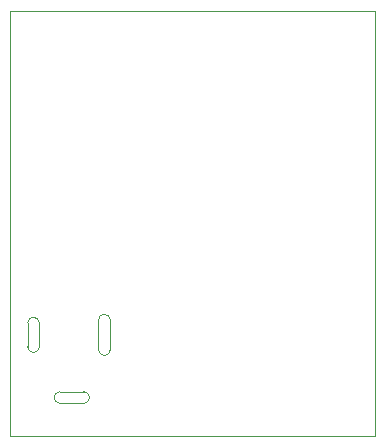
<source format=gbr>
G04 #@! TF.FileFunction,Other,ECO2*
%FSLAX46Y46*%
G04 Gerber Fmt 4.6, Leading zero omitted, Abs format (unit mm)*
G04 Created by KiCad (PCBNEW (2015-03-13 BZR 5510)-product) date tis  3 nov 2015 15:09:16*
%MOMM*%
G01*
G04 APERTURE LIST*
%ADD10C,0.100000*%
%ADD11C,0.001000*%
G04 APERTURE END LIST*
D10*
X117900000Y-121510000D02*
X117900000Y-85530000D01*
X148820000Y-121510000D02*
X117900000Y-121510000D01*
X148820000Y-85530000D02*
X148820000Y-121510000D01*
X117900000Y-85530000D02*
X148820000Y-85530000D01*
D11*
X125910000Y-111220000D02*
G75*
G03X125410000Y-111720000I0J-500000D01*
G01*
X126410000Y-111720000D02*
G75*
G03X125910000Y-111220000I-500000J0D01*
G01*
X125410000Y-114220000D02*
G75*
G03X125910000Y-114720000I500000J0D01*
G01*
X125910000Y-114720000D02*
G75*
G03X126410000Y-114220000I0J500000D01*
G01*
X125410000Y-111720000D02*
X125410000Y-114220000D01*
X126410000Y-111720000D02*
X126410000Y-114220000D01*
X124160000Y-118770000D02*
G75*
G03X124660000Y-118270000I0J500000D01*
G01*
X124660000Y-118270000D02*
G75*
G03X124160000Y-117770000I-500000J0D01*
G01*
X122160000Y-117770000D02*
G75*
G03X121660000Y-118270000I0J-500000D01*
G01*
X121660000Y-118270000D02*
G75*
G03X122160000Y-118770000I500000J0D01*
G01*
X124160000Y-118770000D02*
X122160000Y-118770000D01*
X124160000Y-117770000D02*
X122160000Y-117770000D01*
X119910000Y-114470000D02*
G75*
G03X120410000Y-113970000I0J500000D01*
G01*
X119410000Y-113970000D02*
G75*
G03X119910000Y-114470000I500000J0D01*
G01*
X119910000Y-111470000D02*
G75*
G03X119410000Y-111970000I0J-500000D01*
G01*
X120410000Y-111970000D02*
G75*
G03X119910000Y-111470000I-500000J0D01*
G01*
X119410000Y-111970000D02*
X119410000Y-113970000D01*
X120410000Y-111970000D02*
X120410000Y-113970000D01*
M02*

</source>
